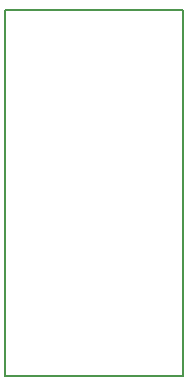
<source format=gbr>
G04 #@! TF.GenerationSoftware,KiCad,Pcbnew,5.0.2+dfsg1-1*
G04 #@! TF.CreationDate,2019-02-22T15:28:55+03:00*
G04 #@! TF.ProjectId,PocketAdmin,506f636b-6574-4416-946d-696e2e6b6963,1.1*
G04 #@! TF.SameCoordinates,PX7bfa480PY42c1d80*
G04 #@! TF.FileFunction,Profile,NP*
%FSLAX46Y46*%
G04 Gerber Fmt 4.6, Leading zero omitted, Abs format (unit mm)*
G04 Created by KiCad (PCBNEW 5.0.2+dfsg1-1) date Fri 22 Feb 2019 03:28:55 PM MSK*
%MOMM*%
%LPD*%
G01*
G04 APERTURE LIST*
%ADD10C,0.150000*%
G04 APERTURE END LIST*
D10*
X0Y-31000000D02*
X15000000Y-31000000D01*
X15000000Y0D02*
X15000000Y-31000000D01*
X0Y0D02*
X15000000Y0D01*
X0Y0D02*
X0Y-31000000D01*
M02*

</source>
